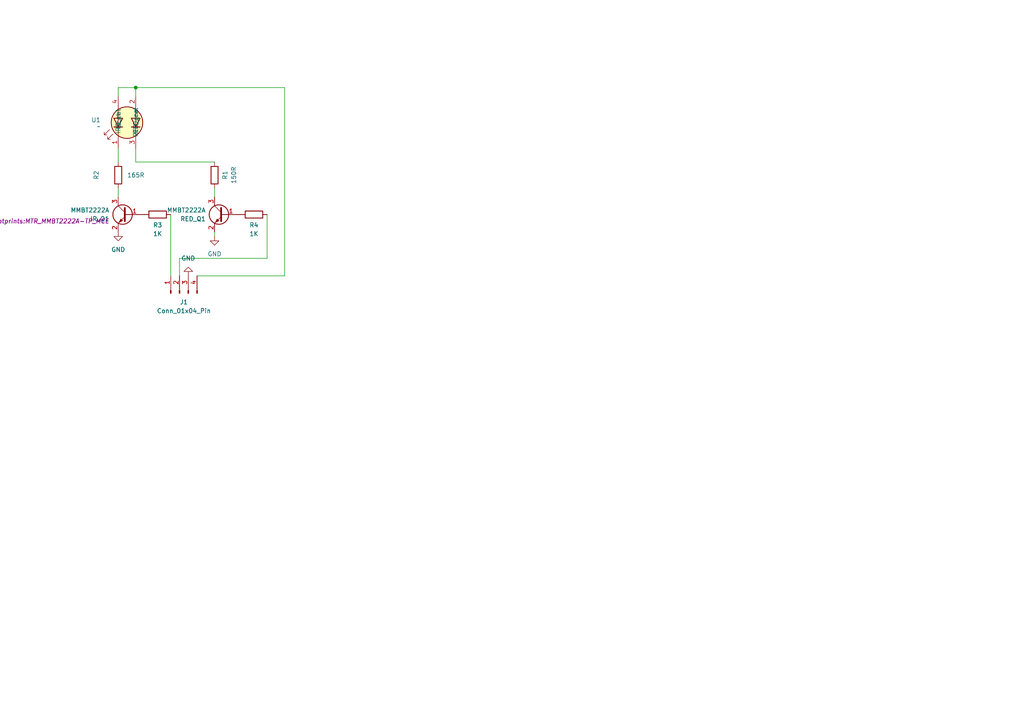
<source format=kicad_sch>
(kicad_sch (version 20231120) (generator "eeschema") (generator_version "8.0")
  (paper "A4")
  (lib_symbols
    (symbol "Connector:Conn_01x04_Pin" (pin_names (offset 1.016) hide)
      (property "Reference" "J" (at 0 5.08 0))
      (property "Value" "Conn_01x04_Pin" (at 0 -7.62 0))
      (symbol "Conn_01x04_Pin_1_1"
        (polyline (pts (xy 1.27 -5.08) (xy 0.8636 -5.08)) (stroke (width 0.1524)))
        (polyline (pts (xy 1.27 -2.54) (xy 0.8636 -2.54)) (stroke (width 0.1524)))
        (polyline (pts (xy 1.27 0) (xy 0.8636 0)) (stroke (width 0.1524)))
        (polyline (pts (xy 1.27 2.54) (xy 0.8636 2.54)) (stroke (width 0.1524)))
        (rectangle (start 0.8636 -4.953) (end 0 -5.207) (stroke (width 0.1524)) (fill (type outline)))
        (rectangle (start 0.8636 -2.413) (end 0 -2.667) (stroke (width 0.1524)) (fill (type outline)))
        (rectangle (start 0.8636 0.127) (end 0 -0.127) (stroke (width 0.1524)) (fill (type outline)))
        (rectangle (start 0.8636 2.667) (end 0 2.413) (stroke (width 0.1524)) (fill (type outline)))
        (pin passive line (at 5.08 2.54 180) (length 3.81) (name "Pin_1") (number "1"))
        (pin passive line (at 5.08 0 180) (length 3.81) (name "Pin_2") (number "2"))
        (pin passive line (at 5.08 -2.54 180) (length 3.81) (name "Pin_3") (number "3"))
        (pin passive line (at 5.08 -5.08 180) (length 3.81) (name "Pin_4") (number "4"))
      )
    )
    (symbol "Device:R" (pin_numbers hide) (pin_names (offset 0))
      (property "Reference" "R" (at 2.032 0 90))
      (property "Value" "R" (at 0 0 90))
      (symbol "R_0_1"
        (rectangle (start -1.016 -2.54) (end 1.016 2.54) (stroke (width 0.254)))
      )
      (symbol "R_1_1"
        (pin passive line (at 0 3.81 270) (length 1.27) (name "~") (number "1"))
        (pin passive line (at 0 -3.81 90) (length 1.27) (name "~") (number "2"))
      )
    )
    (symbol "Transistor_BJT:MMBT2222A" (pin_names (offset 0) hide)
      (property "Reference" "Q" (at 5.08 1.905 0))
      (property "Value" "MMBT2222A" (at 5.08 0 0))
      (symbol "MMBT2222A_0_1"
        (polyline (pts (xy 0.635 0.635) (xy 2.54 2.54)))
        (polyline (pts (xy 0.635 -0.635) (xy 2.54 -2.54) (xy 2.54 -2.54)))
        (polyline (pts (xy 0.635 1.905) (xy 0.635 -1.905) (xy 0.635 -1.905)) (stroke (width 0.508)))
        (polyline (pts (xy 1.27 -1.778) (xy 1.778 -1.27) (xy 2.286 -2.286) (xy 1.27 -1.778) (xy 1.27 -1.778)) (fill (type outline)))
        (circle (center 1.27 0) (radius 2.8194) (stroke (width 0.254)))
      )
      (symbol "MMBT2222A_1_1"
        (pin input line (at -5.08 0 0) (length 5.715) (name "B") (number "1"))
        (pin passive line (at 2.54 -5.08 90) (length 2.54) (name "E") (number "2"))
        (pin passive line (at 2.54 5.08 270) (length 2.54) (name "C") (number "3"))
      )
    )
    (symbol "custom_lib:vsmd"
      (property "Reference" "U" (at -0.508 -0.254 0))
      (symbol "vsmd_0_1"
        (polyline (pts (xy 1.27 5.08) (xy 8.382 5.08)))
        (polyline (pts (xy 1.27 10.16) (xy 8.382 10.16)))
        (polyline (pts (xy 7.62 6.35) (xy 7.62 3.81)) (stroke (width 0.254)))
        (polyline (pts (xy 7.62 11.43) (xy 7.62 8.89)) (stroke (width 0.254)))
        (polyline (pts (xy 10.16 5.08) (xy 8.255 5.08)))
        (polyline (pts (xy 10.16 10.16) (xy 8.255 10.16)))
        (polyline (pts (xy 5.08 6.35) (xy 5.08 3.81) (xy 7.62 5.08) (xy 5.08 6.35)) (stroke (width 0.254)))
        (polyline (pts (xy 5.08 11.43) (xy 5.08 8.89) (xy 7.62 10.16) (xy 5.08 11.43)) (stroke (width 0.254)))
        (polyline (pts (xy 8.382 12.7) (xy 9.906 14.224) (xy 9.144 14.224) (xy 9.906 14.224) (xy 9.906 13.462)))
        (polyline (pts (xy 9.652 11.684) (xy 11.176 13.208) (xy 10.414 13.208) (xy 11.176 13.208) (xy 11.176 12.446)))
        (circle (center 6.35 7.62) (radius 4.572) (stroke (width 0.254)) (fill (type background)))
      )
      (symbol "vsmd_1_1"
        (pin input line (at 13.97 10.16 180) (length 3.81) (name "IR_cat") (number "1"))
        (pin input line (at -1.27 5.08 0) (length 3.048) (name "RED_ano") (number "2"))
        (pin input line (at 13.97 5.08 180) (length 3.81) (name "RED_cat") (number "3"))
        (pin input line (at -1.27 10.16 0) (length 3.048) (name "IR_cat") (number "4"))
      )
    )
    (symbol "power:GND" (power) (pin_numbers hide) (pin_names (offset 0) hide)
      (property "Value" "GND" (at 0 -3.81 0))
      (symbol "GND_0_1"
        (polyline (pts (xy 0 0) (xy 0 -1.27) (xy 1.27 -1.27) (xy 0 -2.54) (xy -1.27 -1.27) (xy 0 -1.27)))
      )
      (symbol "GND_1_1"
        (pin power_in line (at 0 0 270) (length 0) (name "~") (number "1"))
      )
    )
  )
  (junction (at 39.37 25.4))
  (wire (pts (xy 82.55 80.01) (xy 82.55 25.4)))
  (wire (pts (xy 62.23 67.31) (xy 62.23 68.58)))
  (wire (pts (xy 39.37 25.4) (xy 82.55 25.4)))
  (wire (pts (xy 77.47 62.23) (xy 77.47 74.93)))
  (wire (pts (xy 77.47 74.93) (xy 52.07 74.93)))
  (wire (pts (xy 62.23 46.99) (xy 39.37 46.99)))
  (wire (pts (xy 34.29 27.94) (xy 34.29 25.4)))
  (wire (pts (xy 52.07 74.93) (xy 52.07 80.01)))
  (wire (pts (xy 49.53 62.23) (xy 49.53 80.01)))
  (wire (pts (xy 39.37 46.99) (xy 39.37 43.18)))
  (wire (pts (xy 62.23 54.61) (xy 62.23 57.15)))
  (wire (pts (xy 34.29 25.4) (xy 39.37 25.4)))
  (wire (pts (xy 39.37 27.94) (xy 39.37 25.4)))
  (wire (pts (xy 34.29 54.61) (xy 34.29 57.15)))
  (wire (pts (xy 34.29 43.18) (xy 34.29 46.99)))
  (wire (pts (xy 57.15 80.01) (xy 82.55 80.01)))
  (symbol (lib_id "custom_lib:vsmd") (at 44.45 29.21 90) (mirror x) (unit 1)
    (property "Reference" "U1" (at 29.21 34.7979 90) (effects (justify left)))
    (property "Value" "~" (at 29.21 36.703 90) (effects (justify left)))
    (property "Footprint" "custon_library:vsmd" (effects (hide yes)))
  )
  (symbol (lib_id "Transistor_BJT:MMBT2222A") (at 36.83 62.23 0) (mirror y) (unit 1)
    (property "Reference" "IR_Q1" (at 31.75 63.5001 0) (effects (justify left)))
    (property "Value" "MMBT2222A" (at 31.75 60.9601 0) (effects (justify left)))
    (property "Footprint" "footprints:MTR_MMBT2222A-TP_MCE" (at 31.75 64.135 0) (effects (font (italic yes)) (justify left)))
    (property "Datasheet" "https://assets.nexperia.com/documents/data-sheet/MMBT2222A.pdf" (effects (hide yes)))
    (property "Description" "600mA Ic, 40V Vce, NPN Transistor, SOT-23" (effects (hide yes)))
  )
  (symbol (lib_id "power:GND") (at 34.29 67.31 0) (unit 1)
    (property "Reference" "#PWR03" (effects (hide yes)))
    (property "Value" "GND" (at 34.29 72.39 0))
    (property "Description" "Power symbol creates a global label with name \"GND\" , ground" (effects (hide yes)))
  )
  (symbol (lib_id "power:GND") (at 62.23 68.58 0) (unit 1)
    (property "Reference" "#PWR04" (effects (hide yes)))
    (property "Value" "GND" (at 62.23 73.66 0))
    (property "Description" "Power symbol creates a global label with name \"GND\" , ground" (effects (hide yes)))
  )
  (symbol (lib_id "Transistor_BJT:MMBT2222A") (at 64.77 62.23 0) (mirror y) (unit 1)
    (property "Reference" "RED_Q1" (at 59.69 63.5001 0) (effects (justify left)))
    (property "Value" "MMBT2222A" (at 59.69 60.9601 0) (effects (justify left)))
    (property "Footprint" "footprints:MTR_MMBT2222A-TP_MCE" (effects (hide yes)))
    (property "Datasheet" "https://assets.nexperia.com/documents/data-sheet/MMBT2222A.pdf" (effects (hide yes)))
    (property "Description" "600mA Ic, 40V Vce, NPN Transistor, SOT-23" (effects (hide yes)))
  )
  (symbol (lib_id "Device:R") (at 73.66 62.23 90) (unit 1)
    (property "Reference" "R4" (at 73.66 65.278 90))
    (property "Value" "1K" (at 73.66 67.818 90))
    (property "Footprint" "Resistor_SMD:R_0805_2012Metric_Pad1.20x1.40mm_HandSolder" (effects (hide yes)))
    (property "Description" "Resistor" (effects (hide yes)))
  )
  (symbol (lib_id "power:GND") (at 54.61 80.01 180) (unit 1)
    (property "Reference" "#PWR01" (effects (hide yes)))
    (property "Value" "GND" (at 54.61 74.93 0))
    (property "Description" "Power symbol creates a global label with name \"GND\" , ground" (effects (hide yes)))
  )
  (symbol (lib_id "Connector:Conn_01x04_Pin") (at 52.07 85.09 90) (unit 1)
    (property "Reference" "J1" (at 53.34 87.63 90))
    (property "Value" "Conn_01x04_Pin" (at 53.34 90.17 90))
    (property "Footprint" "Connector_PinSocket_2.54mm:PinSocket_1x04_P2.54mm_Horizontal" (effects (hide yes)))
    (property "Description" "Generic connector, single row, 01x04, script generated" (effects (hide yes)))
  )
  (symbol (lib_id "Device:R") (at 34.29 50.8 180) (unit 1)
    (property "Reference" "R2" (at 27.94 50.8 90))
    (property "Value" "165R" (at 36.83 50.7999 0) (effects (justify right)))
    (property "Footprint" "Resistor_SMD:R_0805_2012Metric_Pad1.20x1.40mm_HandSolder" (effects (hide yes)))
    (property "Description" "Resistor" (effects (hide yes)))
  )
  (symbol (lib_id "Device:R") (at 45.72 62.23 90) (unit 1)
    (property "Reference" "R3" (at 45.72 65.278 90))
    (property "Value" "1K" (at 45.72 67.818 90))
    (property "Footprint" "Resistor_SMD:R_0805_2012Metric_Pad1.20x1.40mm_HandSolder" (effects (hide yes)))
    (property "Description" "Resistor" (effects (hide yes)))
  )
  (symbol (lib_id "Device:R") (at 62.23 50.8 180) (unit 1)
    (property "Reference" "R1" (at 65.278 50.8 90))
    (property "Value" "150R" (at 67.818 50.8 90))
    (property "Footprint" "Resistor_SMD:R_0805_2012Metric_Pad1.20x1.40mm_HandSolder" (effects (hide yes)))
    (property "Description" "Resistor" (effects (hide yes)))
  )
)
</source>
